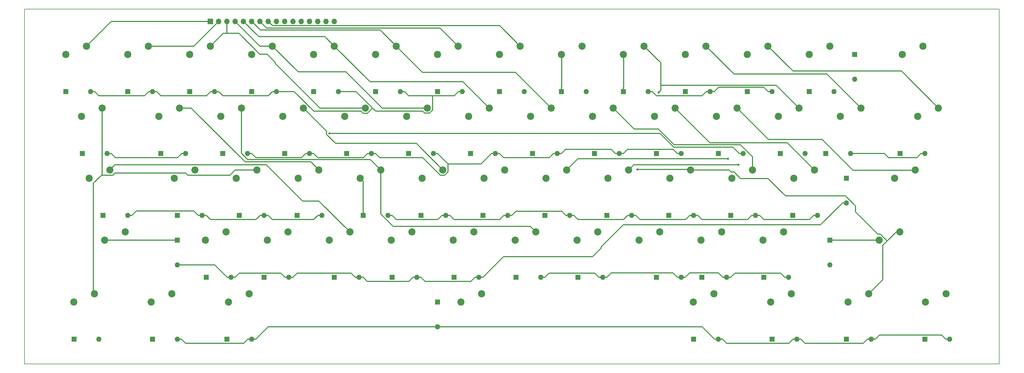
<source format=gbr>
%TF.GenerationSoftware,KiCad,Pcbnew,(5.0.1)-3*%
%TF.CreationDate,2018-12-07T19:46:10-06:00*%
%TF.ProjectId,z80sbc_keyboard,7A38307362635F6B6579626F6172642E,rev?*%
%TF.SameCoordinates,Original*%
%TF.FileFunction,Copper,L1,Top,Signal*%
%TF.FilePolarity,Positive*%
%FSLAX46Y46*%
G04 Gerber Fmt 4.6, Leading zero omitted, Abs format (unit mm)*
G04 Created by KiCad (PCBNEW (5.0.1)-3) date 12/7/2018 7:46:10 PM*
%MOMM*%
%LPD*%
G01*
G04 APERTURE LIST*
%ADD10C,0.150000*%
%ADD11O,1.600000X1.600000*%
%ADD12R,1.600000X1.600000*%
%ADD13C,2.200000*%
%ADD14O,1.700000X1.700000*%
%ADD15R,1.700000X1.700000*%
%ADD16C,0.685800*%
%ADD17C,0.304800*%
G04 APERTURE END LIST*
D10*
X26670000Y-50800000D02*
X26670000Y-160020000D01*
X326390000Y-50800000D02*
X26670000Y-50800000D01*
X326390000Y-160020000D02*
X326390000Y-50800000D01*
X26670000Y-160020000D02*
X326390000Y-160020000D01*
D11*
X46990000Y-76200000D03*
D12*
X39370000Y-76200000D03*
X58420000Y-76200000D03*
D11*
X66040000Y-76200000D03*
X85090000Y-76200000D03*
D12*
X77470000Y-76200000D03*
D11*
X104140000Y-76200000D03*
D12*
X96520000Y-76200000D03*
D11*
X123190000Y-76200000D03*
D12*
X115570000Y-76200000D03*
X134620000Y-76200000D03*
D11*
X142240000Y-76200000D03*
D12*
X153670000Y-76200000D03*
D11*
X161290000Y-76200000D03*
X180340000Y-76200000D03*
D12*
X172720000Y-76200000D03*
D11*
X199390000Y-76200000D03*
D12*
X191770000Y-76200000D03*
X210820000Y-76200000D03*
D11*
X218440000Y-76200000D03*
D12*
X229870000Y-76200000D03*
D11*
X237490000Y-76200000D03*
X256540000Y-76200000D03*
D12*
X248920000Y-76200000D03*
X267970000Y-76200000D03*
D11*
X275590000Y-76200000D03*
X281940000Y-72390000D03*
D12*
X281940000Y-64770000D03*
D11*
X52070000Y-95250000D03*
D12*
X44450000Y-95250000D03*
X68580000Y-95250000D03*
D11*
X76200000Y-95250000D03*
X95250000Y-95250000D03*
D12*
X87630000Y-95250000D03*
X106680000Y-95250000D03*
D11*
X114300000Y-95250000D03*
X133350000Y-95250000D03*
D12*
X125730000Y-95250000D03*
X144780000Y-95250000D03*
D11*
X152400000Y-95250000D03*
X171450000Y-95250000D03*
D12*
X163830000Y-95250000D03*
X182880000Y-95250000D03*
D11*
X190500000Y-95250000D03*
D12*
X201930000Y-95250000D03*
D11*
X209550000Y-95250000D03*
D12*
X220980000Y-95250000D03*
D11*
X228600000Y-95250000D03*
X247650000Y-95250000D03*
D12*
X240030000Y-95250000D03*
X259080000Y-95250000D03*
D11*
X266700000Y-95250000D03*
X280670000Y-95250000D03*
D12*
X273050000Y-95250000D03*
D11*
X303530000Y-95250000D03*
D12*
X295910000Y-95250000D03*
X50800000Y-114300000D03*
D11*
X58420000Y-114300000D03*
X81280000Y-114300000D03*
D12*
X73660000Y-114300000D03*
X92710000Y-114300000D03*
D11*
X100330000Y-114300000D03*
X118110000Y-114300000D03*
D12*
X110490000Y-114300000D03*
X130810000Y-114300000D03*
D11*
X138430000Y-114300000D03*
X156210000Y-114300000D03*
D12*
X148590000Y-114300000D03*
D11*
X175260000Y-114300000D03*
D12*
X167640000Y-114300000D03*
X186690000Y-114300000D03*
D11*
X194310000Y-114300000D03*
D12*
X205740000Y-114300000D03*
D11*
X213360000Y-114300000D03*
X232410000Y-114300000D03*
D12*
X224790000Y-114300000D03*
X243840000Y-114300000D03*
D11*
X251460000Y-114300000D03*
X270510000Y-114300000D03*
D12*
X262890000Y-114300000D03*
X279400000Y-102870000D03*
D11*
X279400000Y-110490000D03*
X73660000Y-129540000D03*
D12*
X73660000Y-121920000D03*
X82550000Y-133350000D03*
D11*
X90170000Y-133350000D03*
X107950000Y-133350000D03*
D12*
X100330000Y-133350000D03*
X121920000Y-133350000D03*
D11*
X129540000Y-133350000D03*
X147320000Y-133350000D03*
D12*
X139700000Y-133350000D03*
X158750000Y-133350000D03*
D11*
X166370000Y-133350000D03*
X185420000Y-133350000D03*
D12*
X177800000Y-133350000D03*
X196850000Y-133350000D03*
D11*
X204470000Y-133350000D03*
X228600000Y-133350000D03*
D12*
X220980000Y-133350000D03*
X234950000Y-133350000D03*
D11*
X242570000Y-133350000D03*
X261620000Y-133350000D03*
D12*
X254000000Y-133350000D03*
X274320000Y-121920000D03*
D11*
X274320000Y-129540000D03*
X49530000Y-152400000D03*
D12*
X41910000Y-152400000D03*
X66040000Y-152400000D03*
D11*
X73660000Y-152400000D03*
X96520000Y-152400000D03*
D12*
X88900000Y-152400000D03*
X153670000Y-140970000D03*
D11*
X153670000Y-148590000D03*
X240030000Y-152400000D03*
D12*
X232410000Y-152400000D03*
X256540000Y-152400000D03*
D11*
X264160000Y-152400000D03*
X287020000Y-152400000D03*
D12*
X279400000Y-152400000D03*
X303530000Y-152400000D03*
D11*
X311150000Y-152400000D03*
D13*
X45720000Y-62230000D03*
X39370000Y-64770000D03*
X58420000Y-64770000D03*
X64770000Y-62230000D03*
X77470000Y-64770000D03*
X83820000Y-62230000D03*
X102870000Y-62230000D03*
X96520000Y-64770000D03*
X115570000Y-64770000D03*
X121920000Y-62230000D03*
X140970000Y-62230000D03*
X134620000Y-64770000D03*
X153670000Y-64770000D03*
X160020000Y-62230000D03*
X179070000Y-62230000D03*
X172720000Y-64770000D03*
X198120000Y-62230000D03*
X191770000Y-64770000D03*
X217170000Y-62230000D03*
X210820000Y-64770000D03*
X229870000Y-64770000D03*
X236220000Y-62230000D03*
X255270000Y-62230000D03*
X248920000Y-64770000D03*
X267970000Y-64770000D03*
X274320000Y-62230000D03*
X67945000Y-83820000D03*
X74295000Y-81280000D03*
X86995000Y-83820000D03*
X93345000Y-81280000D03*
X112395000Y-81280000D03*
X106045000Y-83820000D03*
X125095000Y-83820000D03*
X131445000Y-81280000D03*
X144145000Y-83820000D03*
X150495000Y-81280000D03*
X169545000Y-81280000D03*
X163195000Y-83820000D03*
X182245000Y-83820000D03*
X188595000Y-81280000D03*
X207645000Y-81280000D03*
X201295000Y-83820000D03*
X226695000Y-81280000D03*
X220345000Y-83820000D03*
X245745000Y-81280000D03*
X239395000Y-83820000D03*
X258445000Y-83820000D03*
X264795000Y-81280000D03*
X277495000Y-83820000D03*
X283845000Y-81280000D03*
X72707500Y-102870000D03*
X79057500Y-100330000D03*
X98107500Y-100330000D03*
X91757500Y-102870000D03*
X117158000Y-100330000D03*
X110808000Y-102870000D03*
X136208000Y-100330000D03*
X129858000Y-102870000D03*
X148908000Y-102870000D03*
X155258000Y-100330000D03*
X174308000Y-100330000D03*
X167958000Y-102870000D03*
X187008000Y-102870000D03*
X193358000Y-100330000D03*
X206058000Y-102870000D03*
X212408000Y-100330000D03*
X231458000Y-100330000D03*
X225108000Y-102870000D03*
X244158000Y-102870000D03*
X250508000Y-100330000D03*
X263208000Y-102870000D03*
X269558000Y-100330000D03*
X88582500Y-119380000D03*
X82232500Y-121920000D03*
X101282000Y-121920000D03*
X107632000Y-119380000D03*
X120332000Y-121920000D03*
X126682000Y-119380000D03*
X139382000Y-121920000D03*
X145732000Y-119380000D03*
X164782000Y-119380000D03*
X158432000Y-121920000D03*
X177482000Y-121920000D03*
X183832000Y-119380000D03*
X202882000Y-119380000D03*
X196532000Y-121920000D03*
X215582000Y-121920000D03*
X221932000Y-119380000D03*
X234632000Y-121920000D03*
X240982000Y-119380000D03*
X260032000Y-119380000D03*
X253682000Y-121920000D03*
X296545000Y-64770000D03*
X302895000Y-62230000D03*
X44132500Y-83820000D03*
X50482500Y-81280000D03*
X301308000Y-83820000D03*
X307658000Y-81280000D03*
X46513800Y-102870000D03*
X52863800Y-100330000D03*
X294164000Y-102870000D03*
X300514000Y-100330000D03*
X57626200Y-119380000D03*
X51276200Y-121920000D03*
X289401000Y-121920000D03*
X295751000Y-119380000D03*
X48101200Y-138430000D03*
X41751200Y-140970000D03*
X65563800Y-140970000D03*
X71913800Y-138430000D03*
X95726200Y-138430000D03*
X89376200Y-140970000D03*
X160814000Y-140970000D03*
X167164000Y-138430000D03*
X232251000Y-140970000D03*
X238601000Y-138430000D03*
X256064000Y-140970000D03*
X262414000Y-138430000D03*
X286226000Y-138430000D03*
X279876000Y-140970000D03*
X303689000Y-140970000D03*
X310039000Y-138430000D03*
D14*
X121920000Y-54610000D03*
X119380000Y-54610000D03*
X116840000Y-54610000D03*
X114300000Y-54610000D03*
X111760000Y-54610000D03*
X109220000Y-54610000D03*
X106680000Y-54610000D03*
X104140000Y-54610000D03*
X101600000Y-54610000D03*
X99060000Y-54610000D03*
X96520000Y-54610000D03*
X93980000Y-54610000D03*
X91440000Y-54610000D03*
X88900000Y-54610000D03*
X86360000Y-54610000D03*
D15*
X83820000Y-54610000D03*
D16*
X120319500Y-89077800D03*
X221635900Y-76506700D03*
X242990700Y-96861100D03*
X246157600Y-98745600D03*
X215080900Y-100205500D03*
D17*
X85090000Y-76200000D02*
X86347500Y-76200000D01*
X104140000Y-76200000D02*
X102882500Y-76200000D01*
X102882500Y-76200000D02*
X101571700Y-77510800D01*
X101571700Y-77510800D02*
X87658300Y-77510800D01*
X87658300Y-77510800D02*
X86347500Y-76200000D01*
X133652400Y-81284300D02*
X132024000Y-82912700D01*
X132024000Y-82912700D02*
X130784000Y-82912700D01*
X130784000Y-82912700D02*
X130133700Y-82262400D01*
X130133700Y-82262400D02*
X115580400Y-82262400D01*
X115580400Y-82262400D02*
X109518000Y-76200000D01*
X109518000Y-76200000D02*
X104140000Y-76200000D01*
X133652400Y-81284300D02*
X134630400Y-82262400D01*
X134630400Y-82262400D02*
X149089600Y-82262400D01*
X149089600Y-82262400D02*
X149668400Y-82841200D01*
X149668400Y-82841200D02*
X151156900Y-82841200D01*
X151156900Y-82841200D02*
X152098500Y-81899600D01*
X152098500Y-81899600D02*
X152098500Y-77457600D01*
X123190000Y-76200000D02*
X128568000Y-76200000D01*
X128568000Y-76200000D02*
X133652400Y-81284300D01*
X152098500Y-77457600D02*
X158774900Y-77457600D01*
X158774900Y-77457600D02*
X160032500Y-76200000D01*
X143497500Y-76200000D02*
X144755100Y-77457600D01*
X144755100Y-77457600D02*
X152098500Y-77457600D01*
X161290000Y-76200000D02*
X160032500Y-76200000D01*
X142240000Y-76200000D02*
X143497500Y-76200000D01*
X66040000Y-76200000D02*
X67297500Y-76200000D01*
X85090000Y-76200000D02*
X83832500Y-76200000D01*
X83832500Y-76200000D02*
X82574900Y-77457600D01*
X82574900Y-77457600D02*
X68555100Y-77457600D01*
X68555100Y-77457600D02*
X67297500Y-76200000D01*
X46990000Y-76200000D02*
X48247500Y-76200000D01*
X66040000Y-76200000D02*
X64782500Y-76200000D01*
X64782500Y-76200000D02*
X63524900Y-77457600D01*
X63524900Y-77457600D02*
X49505100Y-77457600D01*
X49505100Y-77457600D02*
X48247500Y-76200000D01*
X52070000Y-95250000D02*
X53327500Y-95250000D01*
X76200000Y-95250000D02*
X74942500Y-95250000D01*
X74942500Y-95250000D02*
X73684900Y-96507600D01*
X73684900Y-96507600D02*
X54585100Y-96507600D01*
X54585100Y-96507600D02*
X53327500Y-95250000D01*
X237490000Y-76200000D02*
X236232500Y-76200000D01*
X218440000Y-76200000D02*
X219697500Y-76200000D01*
X219697500Y-76200000D02*
X220955100Y-77457600D01*
X220955100Y-77457600D02*
X234974900Y-77457600D01*
X234974900Y-77457600D02*
X236232500Y-76200000D01*
X237490000Y-76200000D02*
X238747500Y-76200000D01*
X256540000Y-76200000D02*
X255282500Y-76200000D01*
X255282500Y-76200000D02*
X253980300Y-74897800D01*
X253980300Y-74897800D02*
X240049700Y-74897800D01*
X240049700Y-74897800D02*
X238747500Y-76200000D01*
X191770000Y-76200000D02*
X191770000Y-74942500D01*
X191770000Y-64770000D02*
X191827100Y-64827100D01*
X191827100Y-64827100D02*
X191827100Y-74885400D01*
X191827100Y-74885400D02*
X191770000Y-74942500D01*
X210820000Y-76200000D02*
X210820000Y-74942500D01*
X210820000Y-64770000D02*
X210877100Y-64827100D01*
X210877100Y-64827100D02*
X210877100Y-74885400D01*
X210877100Y-74885400D02*
X210820000Y-74942500D01*
X156852000Y-98444500D02*
X156852000Y-100938900D01*
X156852000Y-100938900D02*
X155868200Y-101922700D01*
X155868200Y-101922700D02*
X154483000Y-101922700D01*
X154483000Y-101922700D02*
X149067800Y-96507500D01*
X149067800Y-96507500D02*
X135865000Y-96507500D01*
X135865000Y-96507500D02*
X134607500Y-95250000D01*
X153657500Y-95250000D02*
X156852000Y-98444500D01*
X156852000Y-98444500D02*
X166998000Y-98444500D01*
X166998000Y-98444500D02*
X170192500Y-95250000D01*
X171450000Y-95250000D02*
X170192500Y-95250000D01*
X190500000Y-95250000D02*
X189242500Y-95250000D01*
X171450000Y-95250000D02*
X172707500Y-95250000D01*
X172707500Y-95250000D02*
X173965100Y-96507600D01*
X173965100Y-96507600D02*
X187984900Y-96507600D01*
X187984900Y-96507600D02*
X189242500Y-95250000D01*
X209550000Y-95250000D02*
X208292500Y-95250000D01*
X190500000Y-95250000D02*
X191757500Y-95250000D01*
X191757500Y-95250000D02*
X193015100Y-93992400D01*
X193015100Y-93992400D02*
X207034900Y-93992400D01*
X207034900Y-93992400D02*
X208292500Y-95250000D01*
X133350000Y-95250000D02*
X134607500Y-95250000D01*
X132721300Y-95250000D02*
X133350000Y-95250000D01*
X132721300Y-95250000D02*
X132092500Y-95250000D01*
X228600000Y-95250000D02*
X227342500Y-95250000D01*
X209550000Y-95250000D02*
X210807500Y-95250000D01*
X210807500Y-95250000D02*
X212065100Y-93992400D01*
X212065100Y-93992400D02*
X226084900Y-93992400D01*
X226084900Y-93992400D02*
X227342500Y-95250000D01*
X152400000Y-95250000D02*
X153657500Y-95250000D01*
X114300000Y-95250000D02*
X115557500Y-95250000D01*
X132092500Y-95250000D02*
X130834900Y-96507600D01*
X130834900Y-96507600D02*
X116815100Y-96507600D01*
X116815100Y-96507600D02*
X115557500Y-95250000D01*
X95250000Y-95250000D02*
X96507500Y-95250000D01*
X114300000Y-95250000D02*
X113042500Y-95250000D01*
X113042500Y-95250000D02*
X111784900Y-96507600D01*
X111784900Y-96507600D02*
X97765100Y-96507600D01*
X97765100Y-96507600D02*
X96507500Y-95250000D01*
X100330000Y-114300000D02*
X101587500Y-114300000D01*
X118110000Y-114300000D02*
X116852500Y-114300000D01*
X116852500Y-114300000D02*
X115566100Y-115586400D01*
X115566100Y-115586400D02*
X102873900Y-115586400D01*
X102873900Y-115586400D02*
X101587500Y-114300000D01*
X81280000Y-114300000D02*
X82537500Y-114300000D01*
X100330000Y-114300000D02*
X99072500Y-114300000D01*
X99072500Y-114300000D02*
X97774200Y-115598300D01*
X97774200Y-115598300D02*
X83835800Y-115598300D01*
X83835800Y-115598300D02*
X82537500Y-114300000D01*
X120319500Y-89077800D02*
X222033000Y-89077800D01*
X222033000Y-89077800D02*
X226257800Y-93302600D01*
X226257800Y-93302600D02*
X244445100Y-93302600D01*
X244445100Y-93302600D02*
X246392500Y-95250000D01*
X303530000Y-95250000D02*
X302272500Y-95250000D01*
X280670000Y-95250000D02*
X291025900Y-95250000D01*
X291025900Y-95250000D02*
X292283900Y-96508000D01*
X292283900Y-96508000D02*
X301014500Y-96508000D01*
X301014500Y-96508000D02*
X302272500Y-95250000D01*
X247650000Y-95250000D02*
X246392500Y-95250000D01*
X58420000Y-114300000D02*
X59677500Y-114300000D01*
X81280000Y-114300000D02*
X80022500Y-114300000D01*
X80022500Y-114300000D02*
X78715900Y-112993400D01*
X78715900Y-112993400D02*
X60984100Y-112993400D01*
X60984100Y-112993400D02*
X59677500Y-114300000D01*
X129858000Y-102870000D02*
X130810000Y-103822000D01*
X130810000Y-103822000D02*
X130810000Y-114300000D01*
X232410000Y-114300000D02*
X231152500Y-114300000D01*
X213360000Y-114300000D02*
X214617500Y-114300000D01*
X214617500Y-114300000D02*
X215875100Y-115557600D01*
X215875100Y-115557600D02*
X229894900Y-115557600D01*
X229894900Y-115557600D02*
X231152500Y-114300000D01*
X212731300Y-114300000D02*
X213360000Y-114300000D01*
X156210000Y-114300000D02*
X154952500Y-114300000D01*
X138430000Y-114300000D02*
X139687500Y-114300000D01*
X139687500Y-114300000D02*
X140945100Y-115557600D01*
X140945100Y-115557600D02*
X153694900Y-115557600D01*
X153694900Y-115557600D02*
X154952500Y-114300000D01*
X251460000Y-114300000D02*
X250202500Y-114300000D01*
X232410000Y-114300000D02*
X233667500Y-114300000D01*
X233667500Y-114300000D02*
X234925100Y-115557600D01*
X234925100Y-115557600D02*
X248944900Y-115557600D01*
X248944900Y-115557600D02*
X250202500Y-114300000D01*
X212731300Y-114300000D02*
X212102500Y-114300000D01*
X175260000Y-114300000D02*
X174002500Y-114300000D01*
X156210000Y-114300000D02*
X157467500Y-114300000D01*
X157467500Y-114300000D02*
X158725100Y-115557600D01*
X158725100Y-115557600D02*
X172744900Y-115557600D01*
X172744900Y-115557600D02*
X174002500Y-114300000D01*
X194310000Y-114300000D02*
X193052500Y-114300000D01*
X175260000Y-114300000D02*
X176517500Y-114300000D01*
X176517500Y-114300000D02*
X177784300Y-113033200D01*
X177784300Y-113033200D02*
X191785700Y-113033200D01*
X191785700Y-113033200D02*
X193052500Y-114300000D01*
X194310000Y-114300000D02*
X195567500Y-114300000D01*
X212102500Y-114300000D02*
X210816100Y-115586400D01*
X210816100Y-115586400D02*
X196853900Y-115586400D01*
X196853900Y-115586400D02*
X195567500Y-114300000D01*
X270510000Y-114300000D02*
X269252500Y-114300000D01*
X251460000Y-114300000D02*
X252717500Y-114300000D01*
X252717500Y-114300000D02*
X253975100Y-115557600D01*
X253975100Y-115557600D02*
X267994900Y-115557600D01*
X267994900Y-115557600D02*
X269252500Y-114300000D01*
X279400000Y-110490000D02*
X278142500Y-110490000D01*
X166370000Y-133350000D02*
X167627500Y-133350000D01*
X167627500Y-133350000D02*
X173931600Y-127045900D01*
X173931600Y-127045900D02*
X201294800Y-127045900D01*
X201294800Y-127045900D02*
X203939200Y-124401500D01*
X203939200Y-124401500D02*
X203939200Y-124075200D01*
X203939200Y-124075200D02*
X210786200Y-117228200D01*
X210786200Y-117228200D02*
X271404300Y-117228200D01*
X271404300Y-117228200D02*
X278142500Y-110490000D01*
X166344800Y-133350000D02*
X166370000Y-133350000D01*
X129540000Y-133350000D02*
X128282500Y-133350000D01*
X107950000Y-133350000D02*
X109207500Y-133350000D01*
X109207500Y-133350000D02*
X110484600Y-132072900D01*
X110484600Y-132072900D02*
X127005400Y-132072900D01*
X127005400Y-132072900D02*
X128282500Y-133350000D01*
X107321300Y-133350000D02*
X107950000Y-133350000D01*
X107321300Y-133350000D02*
X106692500Y-133350000D01*
X106692500Y-133350000D02*
X105434900Y-132092400D01*
X105434900Y-132092400D02*
X92685100Y-132092400D01*
X92685100Y-132092400D02*
X91427500Y-133350000D01*
X90170000Y-133350000D02*
X91427500Y-133350000D01*
X166344800Y-133350000D02*
X165112500Y-133350000D01*
X147320000Y-133350000D02*
X146062500Y-133350000D01*
X129540000Y-133350000D02*
X130797500Y-133350000D01*
X130797500Y-133350000D02*
X132055100Y-134607600D01*
X132055100Y-134607600D02*
X144804900Y-134607600D01*
X144804900Y-134607600D02*
X146062500Y-133350000D01*
X90170000Y-133350000D02*
X88912500Y-133350000D01*
X88912500Y-133350000D02*
X85102500Y-129540000D01*
X85102500Y-129540000D02*
X73660000Y-129540000D01*
X147320000Y-133350000D02*
X148577500Y-133350000D01*
X165112500Y-133350000D02*
X163842800Y-134619700D01*
X163842800Y-134619700D02*
X149847200Y-134619700D01*
X149847200Y-134619700D02*
X148577500Y-133350000D01*
X51276200Y-121920000D02*
X73660000Y-121920000D01*
X204470000Y-133350000D02*
X205727500Y-133350000D01*
X228600000Y-133350000D02*
X227342500Y-133350000D01*
X227342500Y-133350000D02*
X226044900Y-132052400D01*
X226044900Y-132052400D02*
X207025100Y-132052400D01*
X207025100Y-132052400D02*
X205727500Y-133350000D01*
X229228800Y-133350000D02*
X228600000Y-133350000D01*
X229228800Y-133350000D02*
X229857500Y-133350000D01*
X242570000Y-133350000D02*
X243827500Y-133350000D01*
X261620000Y-133350000D02*
X260362500Y-133350000D01*
X260362500Y-133350000D02*
X259104900Y-132092400D01*
X259104900Y-132092400D02*
X245085100Y-132092400D01*
X245085100Y-132092400D02*
X243827500Y-133350000D01*
X185420000Y-133350000D02*
X186677500Y-133350000D01*
X204470000Y-133350000D02*
X203212500Y-133350000D01*
X203212500Y-133350000D02*
X201954900Y-132092400D01*
X201954900Y-132092400D02*
X187935100Y-132092400D01*
X187935100Y-132092400D02*
X186677500Y-133350000D01*
X242570000Y-133350000D02*
X241312500Y-133350000D01*
X241312500Y-133350000D02*
X239992100Y-132029600D01*
X239992100Y-132029600D02*
X231177900Y-132029600D01*
X231177900Y-132029600D02*
X229857500Y-133350000D01*
X289401000Y-121920000D02*
X274320000Y-121920000D01*
X240030000Y-152400000D02*
X238772500Y-152400000D01*
X153670000Y-148590000D02*
X234962500Y-148590000D01*
X234962500Y-148590000D02*
X238772500Y-152400000D01*
X97777500Y-152400000D02*
X101587500Y-148590000D01*
X101587500Y-148590000D02*
X153670000Y-148590000D01*
X287020000Y-152400000D02*
X288277500Y-152400000D01*
X311150000Y-152400000D02*
X309892500Y-152400000D01*
X309892500Y-152400000D02*
X308634900Y-151142400D01*
X308634900Y-151142400D02*
X289535100Y-151142400D01*
X289535100Y-151142400D02*
X288277500Y-152400000D01*
X287020000Y-152400000D02*
X285762500Y-152400000D01*
X264160000Y-152400000D02*
X265417500Y-152400000D01*
X265417500Y-152400000D02*
X266675100Y-153657600D01*
X266675100Y-153657600D02*
X284504900Y-153657600D01*
X284504900Y-153657600D02*
X285762500Y-152400000D01*
X263531300Y-152400000D02*
X264160000Y-152400000D01*
X263531300Y-152400000D02*
X262902500Y-152400000D01*
X240030000Y-152400000D02*
X241287500Y-152400000D01*
X241287500Y-152400000D02*
X242545100Y-153657600D01*
X242545100Y-153657600D02*
X261644900Y-153657600D01*
X261644900Y-153657600D02*
X262902500Y-152400000D01*
X96520000Y-152400000D02*
X95262500Y-152400000D01*
X73660000Y-152400000D02*
X74917500Y-152400000D01*
X74917500Y-152400000D02*
X76175100Y-153657600D01*
X76175100Y-153657600D02*
X94004900Y-153657600D01*
X94004900Y-153657600D02*
X95262500Y-152400000D01*
X96520000Y-152400000D02*
X97777500Y-152400000D01*
X93345000Y-81280000D02*
X93345000Y-95210000D01*
X93345000Y-95210000D02*
X95252600Y-97117600D01*
X95252600Y-97117600D02*
X132995600Y-97117600D01*
X132995600Y-97117600D02*
X136208000Y-100330000D01*
X245745000Y-81280000D02*
X255439900Y-90974900D01*
X255439900Y-90974900D02*
X271940700Y-90974900D01*
X271940700Y-90974900D02*
X281381300Y-100415500D01*
X281381300Y-100415500D02*
X300428500Y-100415500D01*
X300428500Y-100415500D02*
X300514000Y-100330000D01*
X183832000Y-119380000D02*
X182136500Y-117684500D01*
X182136500Y-117684500D02*
X139992600Y-117684500D01*
X139992600Y-117684500D02*
X136208000Y-113899900D01*
X136208000Y-113899900D02*
X136208000Y-100330000D01*
X45720000Y-62230000D02*
X53340000Y-54610000D01*
X53340000Y-54610000D02*
X83820000Y-54610000D01*
X222264200Y-74265500D02*
X222264200Y-67324200D01*
X222264200Y-67324200D02*
X217170000Y-62230000D01*
X221635900Y-76506700D02*
X222264200Y-75878400D01*
X222264200Y-75878400D02*
X222264200Y-74265500D01*
X222264200Y-74265500D02*
X257780500Y-74265500D01*
X257780500Y-74265500D02*
X264795000Y-81280000D01*
X86360000Y-54610000D02*
X78740000Y-62230000D01*
X78740000Y-62230000D02*
X64770000Y-62230000D01*
X112395000Y-81280000D02*
X119519100Y-88404100D01*
X119519100Y-88404100D02*
X119519100Y-89409300D01*
X119519100Y-89409300D02*
X122284500Y-92174700D01*
X122284500Y-92174700D02*
X147102700Y-92174700D01*
X147102700Y-92174700D02*
X155258000Y-100330000D01*
X88900000Y-58295000D02*
X87755000Y-58295000D01*
X87755000Y-58295000D02*
X83820000Y-62230000D01*
X131445000Y-81280000D02*
X117497400Y-81280000D01*
X117497400Y-81280000D02*
X103683200Y-67465800D01*
X103683200Y-67465800D02*
X103683200Y-67174500D01*
X103683200Y-67174500D02*
X101191900Y-64683200D01*
X101191900Y-64683200D02*
X98973200Y-64683200D01*
X98973200Y-64683200D02*
X92585000Y-58295000D01*
X92585000Y-58295000D02*
X88900000Y-58295000D01*
X88900000Y-55917500D02*
X88900000Y-58295000D01*
X88900000Y-54610000D02*
X88900000Y-55917500D01*
X236220000Y-62230000D02*
X244801100Y-70811100D01*
X244801100Y-70811100D02*
X273376100Y-70811100D01*
X273376100Y-70811100D02*
X283845000Y-81280000D01*
X91440000Y-54610000D02*
X99060000Y-62230000D01*
X99060000Y-62230000D02*
X102870000Y-62230000D01*
X150495000Y-81280000D02*
X136580800Y-81280000D01*
X136580800Y-81280000D02*
X125428700Y-70127900D01*
X125428700Y-70127900D02*
X110767900Y-70127900D01*
X110767900Y-70127900D02*
X102870000Y-62230000D01*
X255270000Y-62230000D02*
X262936200Y-69896200D01*
X262936200Y-69896200D02*
X296274200Y-69896200D01*
X296274200Y-69896200D02*
X307658000Y-81280000D01*
X242990700Y-96861100D02*
X196826900Y-96861100D01*
X196826900Y-96861100D02*
X193358000Y-100330000D01*
X126682000Y-119380000D02*
X117182000Y-109880000D01*
X117182000Y-109880000D02*
X112112600Y-109880000D01*
X112112600Y-109880000D02*
X101005100Y-98772500D01*
X101005100Y-98772500D02*
X54421300Y-98772500D01*
X54421300Y-98772500D02*
X52863800Y-100330000D01*
X212408000Y-100330000D02*
X213992400Y-98745600D01*
X213992400Y-98745600D02*
X246157600Y-98745600D01*
X121920000Y-62230000D02*
X118969600Y-59279600D01*
X118969600Y-59279600D02*
X98649600Y-59279600D01*
X98649600Y-59279600D02*
X93980000Y-54610000D01*
X121920000Y-62230000D02*
X132869100Y-73179100D01*
X132869100Y-73179100D02*
X161444100Y-73179100D01*
X161444100Y-73179100D02*
X169545000Y-81280000D01*
X231458000Y-100330000D02*
X243313900Y-100330000D01*
X243313900Y-100330000D02*
X243923700Y-100939800D01*
X243923700Y-100939800D02*
X244786200Y-100939800D01*
X244786200Y-100939800D02*
X246798800Y-102952400D01*
X246798800Y-102952400D02*
X255248200Y-102952400D01*
X255248200Y-102952400D02*
X260630400Y-108334600D01*
X260630400Y-108334600D02*
X279088200Y-108334600D01*
X279088200Y-108334600D02*
X282193700Y-111440100D01*
X282193700Y-111440100D02*
X282193700Y-113249700D01*
X282193700Y-113249700D02*
X289028900Y-120084900D01*
X289028900Y-120084900D02*
X289780100Y-120084900D01*
X289780100Y-120084900D02*
X291908800Y-122213500D01*
X215080900Y-100205500D02*
X231333500Y-100205500D01*
X231333500Y-100205500D02*
X231458000Y-100330000D01*
X291908800Y-122213500D02*
X290569100Y-123553200D01*
X290569100Y-123553200D02*
X290569100Y-134086900D01*
X290569100Y-134086900D02*
X286226000Y-138430000D01*
X295751000Y-119380000D02*
X294742300Y-119380000D01*
X294742300Y-119380000D02*
X291908800Y-122213500D01*
X188595000Y-81280000D02*
X177562900Y-70247900D01*
X177562900Y-70247900D02*
X148987900Y-70247900D01*
X148987900Y-70247900D02*
X140970000Y-62230000D01*
X140970000Y-62230000D02*
X135991100Y-57251100D01*
X135991100Y-57251100D02*
X99161100Y-57251100D01*
X99161100Y-57251100D02*
X96520000Y-54610000D01*
X207645000Y-81280000D02*
X214073300Y-87708300D01*
X214073300Y-87708300D02*
X221526200Y-87708300D01*
X221526200Y-87708300D02*
X226397700Y-92579800D01*
X226397700Y-92579800D02*
X246780200Y-92579800D01*
X246780200Y-92579800D02*
X250508000Y-96307600D01*
X250508000Y-96307600D02*
X250508000Y-100330000D01*
X50482500Y-101930000D02*
X50315800Y-101930000D01*
X50315800Y-101930000D02*
X47801600Y-104444200D01*
X47801600Y-104444200D02*
X47801600Y-138130400D01*
X47801600Y-138130400D02*
X48101200Y-138430000D01*
X50482500Y-81280000D02*
X50482500Y-101930000D01*
X50482500Y-101930000D02*
X53768800Y-101930000D01*
X53768800Y-101930000D02*
X54421400Y-101277400D01*
X54421400Y-101277400D02*
X76197700Y-101277400D01*
X76197700Y-101277400D02*
X76849000Y-101928700D01*
X76849000Y-101928700D02*
X89834500Y-101928700D01*
X89834500Y-101928700D02*
X91433200Y-100330000D01*
X91433200Y-100330000D02*
X98107500Y-100330000D01*
X160020000Y-62230000D02*
X154431100Y-56641100D01*
X154431100Y-56641100D02*
X101091100Y-56641100D01*
X101091100Y-56641100D02*
X99060000Y-54610000D01*
X74295000Y-81280000D02*
X77896700Y-81280000D01*
X77896700Y-81280000D02*
X94443000Y-97826300D01*
X94443000Y-97826300D02*
X114654300Y-97826300D01*
X114654300Y-97826300D02*
X117158000Y-100330000D01*
X269558000Y-100330000D02*
X261197800Y-91969800D01*
X261197800Y-91969800D02*
X237384800Y-91969800D01*
X237384800Y-91969800D02*
X226695000Y-81280000D01*
X179070000Y-62230000D02*
X172757600Y-55917600D01*
X172757600Y-55917600D02*
X102907600Y-55917600D01*
X102907600Y-55917600D02*
X101600000Y-54610000D01*
M02*

</source>
